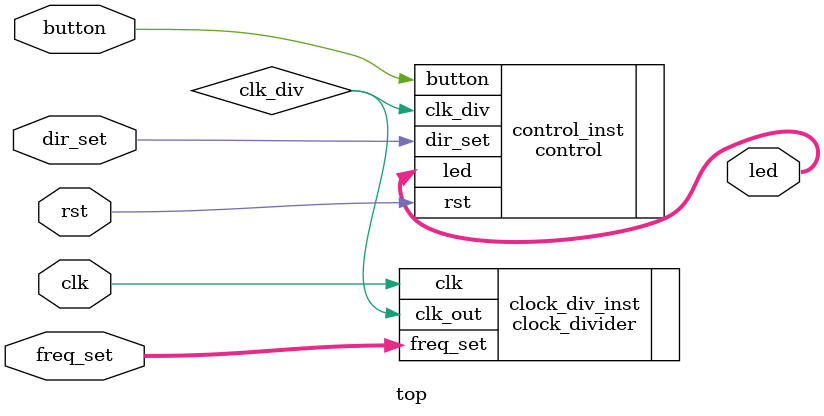
<source format=v>
module top(
    input clk,             // 100MHz时钟
    input rst,             // 异步复位按钮S1
    input button,          // 启停切换按钮S2
    input [1:0] freq_set,  // 频率设置拨码开关SW1-SW0
    input dir_set,         // 方向设置拨码开关SW23
    output [7:0] led       // 输出到LED GLD7~GLD0
);
    wire clk_div;

    // 实例化时钟分频模块
    clock_divider clock_div_inst (
        .clk(clk),
        .freq_set(freq_set),
        .clk_out(clk_div)
    );

    // 实例化控制模块
    control control_inst (
        .rst(rst),
        .button(button),
        .dir_set(dir_set),
        .clk_div(clk_div),
        .led(led)
    );
endmodule
</source>
